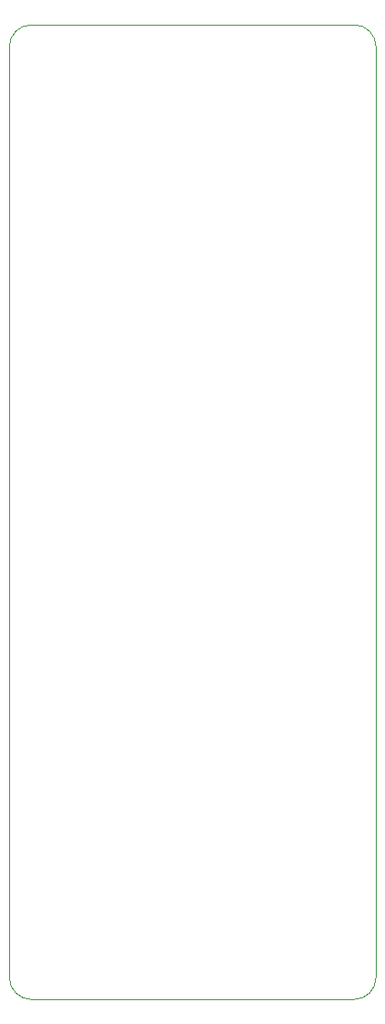
<source format=gbr>
%TF.GenerationSoftware,KiCad,Pcbnew,9.0.3*%
%TF.CreationDate,2025-09-22T17:12:55+10:00*%
%TF.ProjectId,BiasMeter_InputProtection_v3,42696173-4d65-4746-9572-5f496e707574,v3*%
%TF.SameCoordinates,Original*%
%TF.FileFunction,Profile,NP*%
%FSLAX46Y46*%
G04 Gerber Fmt 4.6, Leading zero omitted, Abs format (unit mm)*
G04 Created by KiCad (PCBNEW 9.0.3) date 2025-09-22 17:12:55*
%MOMM*%
%LPD*%
G01*
G04 APERTURE LIST*
%TA.AperFunction,Profile*%
%ADD10C,0.050000*%
%TD*%
G04 APERTURE END LIST*
D10*
X135390000Y-146485000D02*
G75*
G02*
X133390000Y-148485000I-2000000J0D01*
G01*
X133390000Y-148485000D02*
X103460000Y-148485000D01*
X101460000Y-146485000D02*
X101460000Y-60485000D01*
X103460000Y-58485000D02*
X133390000Y-58485000D01*
X101460000Y-60485000D02*
G75*
G02*
X103460000Y-58485000I2000000J0D01*
G01*
X135390000Y-60485000D02*
X135390000Y-146485000D01*
X133390000Y-58485000D02*
G75*
G02*
X135390000Y-60485000I0J-2000000D01*
G01*
X103460000Y-148485000D02*
G75*
G02*
X101460000Y-146485000I0J2000000D01*
G01*
M02*

</source>
